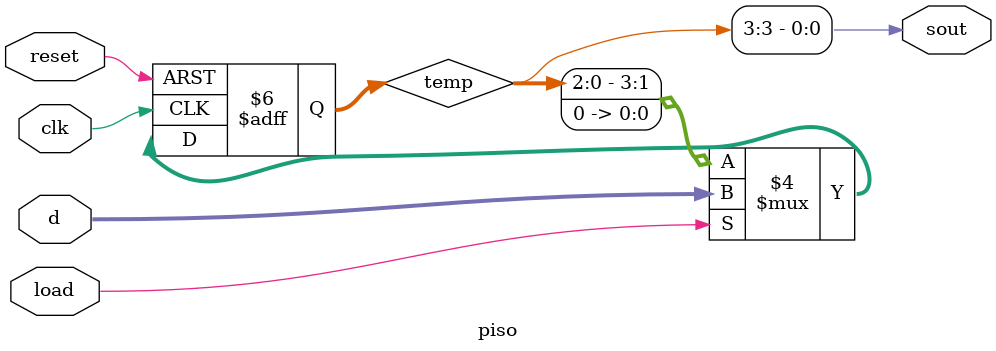
<source format=v>
module piso(input clk, reset, load,
            input [3:0] d,
            output reg sout);
reg [3:0] temp;
always @(posedge clk or posedge reset) begin
 if(reset) temp <= 0;
 else if(load) temp <= d;
 else temp <= {temp[2:0],1'b0};
end
always @(*) sout = temp[3];
endmodule

</source>
